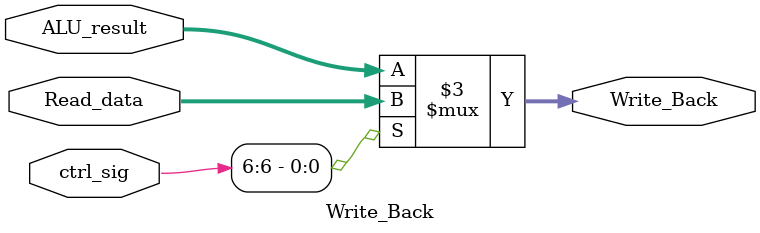
<source format=v>
`timescale 1ns / 1ps
module Write_Back(Read_data,ALU_result,ctrl_sig,Write_Back);
input [31:0] Read_data,ALU_result;
input [8:0] ctrl_sig;
output reg[31:0] Write_Back;
always@(*)
	if(ctrl_sig[6]) // If MemtoReg goes high
		Write_Back = Read_data;  // read_data is written back to register bank
	else
		Write_Back = ALU_result; // otherwise result from ALU unit is written back to register bank

endmodule

</source>
